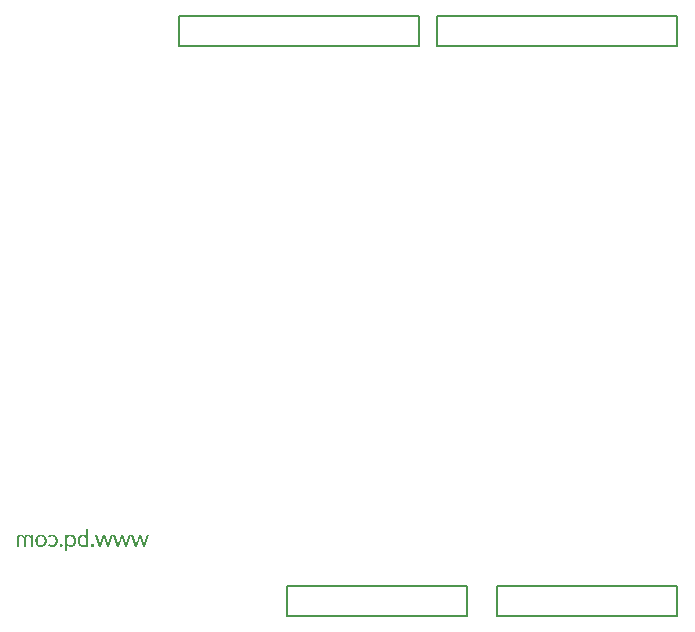
<source format=gbo>
%FSLAX44Y44*%
%MOMM*%
G71*
G01*
G75*
G04 Layer_Color=7597287*
%ADD10C,0.4000*%
%ADD11C,0.3000*%
%ADD12C,0.5000*%
%ADD13C,0.8000*%
%ADD14C,1.0000*%
%ADD15C,2.0000*%
%ADD16C,1.5000*%
%ADD17C,1.7000*%
%ADD18R,1.7000X1.7000*%
%ADD19C,1.1600*%
%ADD20C,1.8000*%
%ADD21R,1.7000X1.7000*%
%ADD22C,1.8800*%
%ADD23C,2.0000*%
%ADD24C,4.6200*%
%ADD25C,5.3800*%
%ADD26C,1.2200*%
%ADD27C,1.5240*%
%ADD28C,0.9400*%
%ADD29C,0.7000*%
%ADD30C,1.3000*%
%ADD31C,0.2000*%
%ADD32C,0.2540*%
%ADD33C,0.0299*%
%ADD34C,0.0280*%
%ADD35R,0.7500X12.2500*%
%ADD36C,1.9032*%
%ADD37R,1.9032X1.9032*%
%ADD38C,2.0032*%
%ADD39R,1.9032X1.9032*%
%ADD40C,2.0832*%
%ADD41C,2.2032*%
%ADD42C,4.8232*%
%ADD43C,5.5832*%
%ADD44C,1.4232*%
%ADD45C,1.7272*%
%ADD46C,0.5000*%
G36*
X109655Y81377D02*
X110029Y81354D01*
X110380Y81284D01*
X110662Y81214D01*
X110896Y81143D01*
X111083Y81096D01*
X111200Y81050D01*
X111247Y81026D01*
X111575Y80886D01*
X111856Y80698D01*
X112114Y80534D01*
X112348Y80370D01*
X112512Y80206D01*
X112652Y80089D01*
X112746Y79996D01*
X112769Y79972D01*
X112980Y79715D01*
X113191Y79434D01*
X113355Y79153D01*
X113495Y78895D01*
X113589Y78684D01*
X113659Y78497D01*
X113706Y78380D01*
X113729Y78333D01*
X113847Y77958D01*
X113917Y77584D01*
X113987Y77232D01*
X114010Y76904D01*
X114034Y76600D01*
X114057Y76389D01*
Y76296D01*
Y76225D01*
Y76202D01*
Y76178D01*
X114034Y75733D01*
X114010Y75335D01*
X113964Y74984D01*
X113893Y74656D01*
X113823Y74399D01*
X113776Y74188D01*
X113753Y74071D01*
X113729Y74024D01*
X113589Y73673D01*
X113448Y73368D01*
X113285Y73087D01*
X113120Y72853D01*
X112980Y72642D01*
X112863Y72502D01*
X112793Y72408D01*
X112769Y72385D01*
X112512Y72150D01*
X112254Y71940D01*
X112020Y71752D01*
X111762Y71612D01*
X111552Y71495D01*
X111388Y71401D01*
X111294Y71354D01*
X111247Y71331D01*
X110896Y71214D01*
X110568Y71120D01*
X110217Y71073D01*
X109912Y71026D01*
X109655Y71003D01*
X109444Y70979D01*
X109256D01*
X108835Y71003D01*
X108460Y71026D01*
X108132Y71097D01*
X107828Y71167D01*
X107594Y71214D01*
X107406Y71284D01*
X107289Y71307D01*
X107242Y71331D01*
X106915Y71495D01*
X106634Y71659D01*
X106376Y71823D01*
X106165Y72010D01*
X105978Y72150D01*
X105861Y72267D01*
X105767Y72361D01*
X105744Y72385D01*
X105509Y72642D01*
X105322Y72923D01*
X105158Y73204D01*
X105018Y73462D01*
X104924Y73696D01*
X104854Y73860D01*
X104807Y73977D01*
X104783Y74024D01*
X104666Y74399D01*
X104573Y74773D01*
X104526Y75125D01*
X104479Y75452D01*
X104456Y75757D01*
X104432Y75968D01*
Y76061D01*
Y76132D01*
Y76155D01*
Y76178D01*
X104456Y76623D01*
X104479Y77021D01*
X104549Y77396D01*
X104596Y77701D01*
X104666Y77958D01*
X104737Y78169D01*
X104760Y78286D01*
X104783Y78333D01*
X104924Y78684D01*
X105064Y78989D01*
X105228Y79270D01*
X105392Y79504D01*
X105533Y79715D01*
X105650Y79855D01*
X105720Y79949D01*
X105744Y79972D01*
X105978Y80206D01*
X106235Y80417D01*
X106493Y80605D01*
X106727Y80745D01*
X106938Y80862D01*
X107102Y80956D01*
X107196Y81003D01*
X107242Y81026D01*
X107594Y81143D01*
X107922Y81237D01*
X108273Y81307D01*
X108577Y81354D01*
X108858Y81377D01*
X109069Y81401D01*
X109256D01*
X109655Y81377D01*
D02*
G37*
G36*
X163049Y81237D02*
X163143Y81214D01*
X163213Y81167D01*
X163237Y81143D01*
X163307Y81073D01*
X163354Y81003D01*
X163401Y80933D01*
Y80909D01*
X165532Y74352D01*
X165625Y74094D01*
X165696Y73860D01*
X165719Y73766D01*
X165743Y73696D01*
X165766Y73673D01*
Y73649D01*
X165836Y73415D01*
X165883Y73181D01*
X165907Y73111D01*
Y73040D01*
X165930Y72993D01*
Y72970D01*
X165977Y73228D01*
X166000Y73439D01*
X166024Y73532D01*
Y73602D01*
X166047Y73626D01*
Y73649D01*
X166094Y73907D01*
X166164Y74118D01*
X166187Y74211D01*
Y74282D01*
X166211Y74328D01*
Y74352D01*
X168131Y80862D01*
X168178Y80956D01*
X168248Y81050D01*
X168295Y81096D01*
X168319Y81120D01*
X168436Y81190D01*
X168553Y81214D01*
X168647Y81237D01*
X170098D01*
X166820Y71120D01*
X165462D01*
X165368Y71143D01*
X165274Y71167D01*
X165157Y71284D01*
X165087Y71401D01*
X165063Y71424D01*
Y71448D01*
X162792Y78310D01*
X162745Y78474D01*
X162698Y78614D01*
X162675Y78708D01*
Y78755D01*
X162628Y78942D01*
X162581Y79106D01*
X162558Y79200D01*
Y79246D01*
X162511Y79082D01*
X162487Y78918D01*
X162464Y78825D01*
Y78778D01*
X162417Y78614D01*
X162394Y78450D01*
X162347Y78356D01*
Y78310D01*
X160099Y71448D01*
X160052Y71331D01*
X160005Y71260D01*
X159888Y71167D01*
X159794Y71120D01*
X158342D01*
X155064Y81237D01*
X156398D01*
X156539Y81214D01*
X156633Y81190D01*
X156703Y81143D01*
X156726Y81120D01*
X156820Y81050D01*
X156867Y80956D01*
X156914Y80886D01*
Y80862D01*
X158881Y74352D01*
X158951Y74118D01*
X158998Y73883D01*
X159021Y73813D01*
X159045Y73743D01*
X159068Y73696D01*
Y73673D01*
X159115Y73415D01*
X159162Y73204D01*
Y73111D01*
X159185Y73040D01*
Y73017D01*
Y72993D01*
X159256Y73228D01*
X159302Y73439D01*
X159349Y73602D01*
X159373Y73626D01*
Y73649D01*
X159419Y73907D01*
X159490Y74141D01*
X159513Y74211D01*
X159537Y74282D01*
X159560Y74328D01*
Y74352D01*
X161644Y80909D01*
X161691Y81003D01*
X161761Y81073D01*
X161808Y81120D01*
X161832Y81143D01*
X161925Y81214D01*
X162019Y81237D01*
X162113Y81260D01*
X162909D01*
X163049Y81237D01*
D02*
G37*
G36*
X126422Y73462D02*
X126586Y73439D01*
X126680Y73392D01*
X126727Y73368D01*
X126867Y73274D01*
X126985Y73204D01*
X127078Y73111D01*
X127101Y73087D01*
X127219Y72947D01*
X127289Y72830D01*
X127336Y72736D01*
X127359Y72689D01*
X127406Y72525D01*
X127429Y72385D01*
X127453Y72267D01*
Y72244D01*
Y72221D01*
X127429Y72033D01*
X127406Y71869D01*
X127383Y71752D01*
X127359Y71705D01*
X127289Y71565D01*
X127195Y71448D01*
X127125Y71354D01*
X127101Y71331D01*
X126985Y71214D01*
X126844Y71143D01*
X126750Y71097D01*
X126727Y71073D01*
X126539Y71026D01*
X126399Y71003D01*
X126282Y70979D01*
X126235D01*
X126048Y71003D01*
X125884Y71026D01*
X125790Y71050D01*
X125743Y71073D01*
X125579Y71143D01*
X125462Y71237D01*
X125369Y71307D01*
X125345Y71331D01*
X125228Y71448D01*
X125158Y71588D01*
X125111Y71682D01*
X125087Y71705D01*
X125017Y71893D01*
X124994Y72057D01*
X124970Y72174D01*
Y72197D01*
Y72221D01*
X124994Y72408D01*
X125017Y72548D01*
X125064Y72642D01*
X125087Y72689D01*
X125158Y72853D01*
X125252Y72970D01*
X125322Y73064D01*
X125345Y73087D01*
X125486Y73204D01*
X125603Y73298D01*
X125696Y73345D01*
X125743Y73368D01*
X125907Y73439D01*
X126071Y73462D01*
X126188Y73485D01*
X126235D01*
X126422Y73462D01*
D02*
G37*
G36*
X153003D02*
X153167Y73439D01*
X153260Y73392D01*
X153307Y73368D01*
X153448Y73274D01*
X153565Y73204D01*
X153659Y73111D01*
X153682Y73087D01*
X153799Y72947D01*
X153869Y72830D01*
X153916Y72736D01*
X153940Y72689D01*
X153986Y72525D01*
X154010Y72385D01*
X154033Y72267D01*
Y72244D01*
Y72221D01*
X154010Y72033D01*
X153986Y71869D01*
X153963Y71752D01*
X153940Y71705D01*
X153869Y71565D01*
X153776Y71448D01*
X153705Y71354D01*
X153682Y71331D01*
X153565Y71214D01*
X153424Y71143D01*
X153331Y71097D01*
X153307Y71073D01*
X153120Y71026D01*
X152979Y71003D01*
X152862Y70979D01*
X152815D01*
X152628Y71003D01*
X152464Y71026D01*
X152370Y71050D01*
X152324Y71073D01*
X152160Y71143D01*
X152043Y71237D01*
X151949Y71307D01*
X151925Y71331D01*
X151808Y71448D01*
X151738Y71588D01*
X151691Y71682D01*
X151668Y71705D01*
X151598Y71893D01*
X151574Y72057D01*
X151551Y72174D01*
Y72197D01*
Y72221D01*
X151574Y72408D01*
X151598Y72548D01*
X151644Y72642D01*
X151668Y72689D01*
X151738Y72853D01*
X151832Y72970D01*
X151902Y73064D01*
X151925Y73087D01*
X152066Y73204D01*
X152183Y73298D01*
X152277Y73345D01*
X152324Y73368D01*
X152487Y73439D01*
X152652Y73462D01*
X152769Y73485D01*
X152815D01*
X153003Y73462D01*
D02*
G37*
G36*
X119022Y81377D02*
X119397Y81331D01*
X119748Y81284D01*
X120052Y81214D01*
X120287Y81120D01*
X120474Y81073D01*
X120591Y81026D01*
X120638Y81003D01*
X120966Y80839D01*
X121247Y80675D01*
X121504Y80487D01*
X121715Y80300D01*
X121903Y80136D01*
X122020Y80019D01*
X122113Y79925D01*
X122137Y79902D01*
X122347Y79644D01*
X122535Y79363D01*
X122699Y79082D01*
X122816Y78825D01*
X122910Y78614D01*
X123003Y78427D01*
X123027Y78310D01*
X123050Y78263D01*
X123144Y77888D01*
X123214Y77537D01*
X123284Y77186D01*
X123308Y76858D01*
X123331Y76577D01*
X123355Y76366D01*
Y76225D01*
Y76202D01*
Y76178D01*
X123331Y75733D01*
X123308Y75312D01*
X123261Y74937D01*
X123191Y74609D01*
X123120Y74328D01*
X123074Y74118D01*
X123050Y74001D01*
X123027Y73954D01*
X122886Y73602D01*
X122722Y73298D01*
X122582Y73017D01*
X122418Y72783D01*
X122301Y72572D01*
X122184Y72432D01*
X122113Y72338D01*
X122090Y72314D01*
X121856Y72080D01*
X121598Y71893D01*
X121364Y71705D01*
X121153Y71565D01*
X120942Y71448D01*
X120802Y71378D01*
X120708Y71331D01*
X120661Y71307D01*
X120357Y71190D01*
X120029Y71120D01*
X119748Y71050D01*
X119467Y71026D01*
X119233Y71003D01*
X119069Y70979D01*
X118905D01*
X118507Y71003D01*
X118109Y71050D01*
X117757Y71097D01*
X117453Y71167D01*
X117195Y71237D01*
X116985Y71307D01*
X116868Y71331D01*
X116821Y71354D01*
X116469Y71518D01*
X116142Y71705D01*
X115861Y71893D01*
X115626Y72080D01*
X115416Y72244D01*
X115275Y72385D01*
X115181Y72502D01*
X115158Y72525D01*
X115673Y73181D01*
X115767Y73298D01*
X115861Y73345D01*
X115954Y73368D01*
X116001D01*
X116142Y73345D01*
X116259Y73298D01*
X116352Y73228D01*
X116376Y73204D01*
X116516Y73087D01*
X116657Y72970D01*
X116774Y72876D01*
X116797Y72853D01*
X116821D01*
X117055Y72712D01*
X117266Y72619D01*
X117383Y72572D01*
X117453Y72525D01*
X117500Y72502D01*
X117523D01*
X117874Y72432D01*
X118226Y72385D01*
X118366Y72361D01*
X118601D01*
X119069Y72408D01*
X119280Y72432D01*
X119467Y72478D01*
X119607Y72525D01*
X119725Y72548D01*
X119795Y72595D01*
X119818D01*
X120193Y72830D01*
X120357Y72947D01*
X120497Y73064D01*
X120591Y73181D01*
X120685Y73274D01*
X120732Y73321D01*
X120755Y73345D01*
X121013Y73743D01*
X121177Y74118D01*
X121247Y74282D01*
X121294Y74422D01*
X121341Y74516D01*
Y74539D01*
X121458Y75101D01*
X121481Y75382D01*
X121504Y75640D01*
X121528Y75851D01*
Y76014D01*
Y76132D01*
Y76178D01*
Y76506D01*
X121504Y76811D01*
X121458Y77068D01*
X121434Y77303D01*
X121387Y77513D01*
X121364Y77654D01*
X121341Y77748D01*
Y77771D01*
X121270Y78028D01*
X121177Y78263D01*
X121083Y78450D01*
X120989Y78637D01*
X120896Y78778D01*
X120849Y78872D01*
X120802Y78942D01*
X120779Y78965D01*
X120615Y79153D01*
X120451Y79293D01*
X120310Y79434D01*
X120146Y79551D01*
X120006Y79621D01*
X119912Y79691D01*
X119842Y79738D01*
X119818D01*
X119584Y79832D01*
X119373Y79902D01*
X119139Y79949D01*
X118952Y79996D01*
X118764D01*
X118624Y80019D01*
X118507D01*
X118132Y79996D01*
X117968Y79972D01*
X117828Y79949D01*
X117711Y79925D01*
X117640Y79902D01*
X117593Y79879D01*
X117570D01*
X117289Y79785D01*
X117102Y79691D01*
X116961Y79621D01*
X116914Y79598D01*
X116727Y79504D01*
X116587Y79410D01*
X116493Y79363D01*
X116469Y79340D01*
X116329Y79270D01*
X116235Y79246D01*
X116165Y79223D01*
X116025D01*
X115954Y79246D01*
X115931Y79270D01*
X115907D01*
X115790Y79387D01*
X115767Y79410D01*
X115743Y79434D01*
X115275Y80066D01*
X115509Y80300D01*
X115767Y80487D01*
X116001Y80652D01*
X116235Y80792D01*
X116423Y80909D01*
X116587Y80979D01*
X116680Y81026D01*
X116727Y81050D01*
X117031Y81167D01*
X117359Y81260D01*
X117687Y81307D01*
X117968Y81354D01*
X118226Y81377D01*
X118413Y81401D01*
X118601D01*
X119022Y81377D01*
D02*
G37*
G36*
X149162Y71120D02*
X148038D01*
X147921Y71143D01*
X147804Y71190D01*
X147663Y71307D01*
X147593Y71448D01*
X147570Y71471D01*
Y71495D01*
X147476Y72408D01*
X147289Y72174D01*
X147078Y71963D01*
X146890Y71776D01*
X146703Y71635D01*
X146539Y71518D01*
X146422Y71424D01*
X146328Y71378D01*
X146305Y71354D01*
X146024Y71237D01*
X145743Y71143D01*
X145462Y71073D01*
X145204Y71026D01*
X144970Y71003D01*
X144783Y70979D01*
X144619D01*
X144244Y71003D01*
X143916Y71050D01*
X143588Y71097D01*
X143331Y71190D01*
X143097Y71260D01*
X142933Y71307D01*
X142839Y71354D01*
X142792Y71378D01*
X142488Y71542D01*
X142230Y71729D01*
X141996Y71893D01*
X141785Y72080D01*
X141621Y72244D01*
X141504Y72361D01*
X141434Y72455D01*
X141410Y72478D01*
X141200Y72759D01*
X141036Y73040D01*
X140895Y73321D01*
X140755Y73579D01*
X140661Y73790D01*
X140591Y73977D01*
X140567Y74094D01*
X140544Y74141D01*
X140450Y74516D01*
X140357Y74890D01*
X140310Y75242D01*
X140286Y75546D01*
X140263Y75827D01*
X140239Y76038D01*
Y76178D01*
Y76202D01*
Y76225D01*
Y76694D01*
X140286Y77115D01*
X140333Y77490D01*
X140380Y77818D01*
X140427Y78075D01*
X140474Y78286D01*
X140497Y78403D01*
X140520Y78450D01*
X140638Y78801D01*
X140755Y79106D01*
X140895Y79387D01*
X141012Y79621D01*
X141129Y79808D01*
X141200Y79949D01*
X141270Y80043D01*
X141293Y80066D01*
X141481Y80300D01*
X141692Y80487D01*
X141902Y80675D01*
X142090Y80815D01*
X142254Y80909D01*
X142394Y80979D01*
X142488Y81026D01*
X142511Y81050D01*
X142769Y81167D01*
X143050Y81260D01*
X143307Y81307D01*
X143565Y81354D01*
X143776Y81377D01*
X143940Y81401D01*
X144080D01*
X144455Y81377D01*
X144806Y81331D01*
X145134Y81260D01*
X145415Y81167D01*
X145649Y81073D01*
X145813Y81003D01*
X145907Y80956D01*
X145954Y80933D01*
X146235Y80745D01*
X146516Y80558D01*
X146750Y80370D01*
X146961Y80183D01*
X147148Y80019D01*
X147265Y79879D01*
X147359Y79785D01*
X147382Y79762D01*
Y85827D01*
X149162D01*
Y71120D01*
D02*
G37*
G36*
X134806Y81401D02*
X135158Y81354D01*
X135462Y81284D01*
X135743Y81214D01*
X135977Y81143D01*
X136141Y81073D01*
X136235Y81026D01*
X136282Y81003D01*
X136563Y80839D01*
X136820Y80652D01*
X137055Y80464D01*
X137265Y80300D01*
X137429Y80136D01*
X137546Y79996D01*
X137617Y79902D01*
X137640Y79879D01*
X137827Y79598D01*
X138015Y79317D01*
X138155Y79036D01*
X138272Y78778D01*
X138389Y78567D01*
X138460Y78380D01*
X138483Y78263D01*
X138506Y78216D01*
X138600Y77841D01*
X138670Y77490D01*
X138717Y77139D01*
X138741Y76811D01*
X138764Y76530D01*
X138787Y76319D01*
Y76178D01*
Y76155D01*
Y76132D01*
X138764Y75663D01*
X138741Y75242D01*
X138694Y74867D01*
X138647Y74539D01*
X138600Y74282D01*
X138577Y74071D01*
X138530Y73954D01*
Y73907D01*
X138413Y73556D01*
X138296Y73251D01*
X138155Y72970D01*
X138038Y72736D01*
X137921Y72548D01*
X137827Y72408D01*
X137781Y72314D01*
X137757Y72291D01*
X137570Y72057D01*
X137359Y71869D01*
X137172Y71682D01*
X136984Y71565D01*
X136820Y71448D01*
X136680Y71378D01*
X136586Y71331D01*
X136563Y71307D01*
X136282Y71190D01*
X136001Y71120D01*
X135743Y71050D01*
X135485Y71026D01*
X135275Y71003D01*
X135111Y70979D01*
X134970D01*
X134596Y71003D01*
X134244Y71050D01*
X133916Y71120D01*
X133659Y71214D01*
X133425Y71284D01*
X133261Y71354D01*
X133167Y71401D01*
X133120Y71424D01*
X132816Y71612D01*
X132535Y71799D01*
X132301Y72010D01*
X132066Y72197D01*
X131902Y72361D01*
X131762Y72502D01*
X131668Y72595D01*
X131645Y72619D01*
Y67701D01*
X129865D01*
Y81237D01*
X130942D01*
X131059Y81214D01*
X131176Y81190D01*
X131317Y81050D01*
X131387Y80933D01*
X131411Y80886D01*
Y80862D01*
X131528Y80089D01*
X131739Y80324D01*
X131949Y80511D01*
X132160Y80675D01*
X132347Y80815D01*
X132535Y80933D01*
X132652Y81003D01*
X132746Y81050D01*
X132769Y81073D01*
X133027Y81190D01*
X133308Y81284D01*
X133589Y81331D01*
X133846Y81377D01*
X134080Y81401D01*
X134268Y81424D01*
X134432D01*
X134806Y81401D01*
D02*
G37*
G36*
X98039Y81377D02*
X98343Y81331D01*
X98624Y81260D01*
X98858Y81190D01*
X99046Y81096D01*
X99210Y81026D01*
X99303Y80979D01*
X99327Y80956D01*
X99585Y80792D01*
X99819Y80605D01*
X100029Y80394D01*
X100217Y80230D01*
X100357Y80066D01*
X100474Y79949D01*
X100545Y79855D01*
X100568Y79832D01*
X100709Y80862D01*
X100755Y80979D01*
X100826Y81073D01*
X100896Y81143D01*
X100966Y81190D01*
X101107Y81237D01*
X102231D01*
Y71120D01*
X100451D01*
Y78637D01*
X100264Y78848D01*
X100100Y79036D01*
X99912Y79200D01*
X99748Y79340D01*
X99631Y79457D01*
X99514Y79527D01*
X99444Y79574D01*
X99420Y79598D01*
X99210Y79715D01*
X98999Y79808D01*
X98788Y79879D01*
X98601Y79925D01*
X98437Y79949D01*
X98320Y79972D01*
X98203D01*
X97875Y79949D01*
X97594Y79879D01*
X97336Y79785D01*
X97126Y79668D01*
X96985Y79551D01*
X96868Y79457D01*
X96798Y79387D01*
X96774Y79363D01*
X96610Y79106D01*
X96493Y78825D01*
X96399Y78520D01*
X96353Y78216D01*
X96306Y77958D01*
X96282Y77748D01*
Y77584D01*
Y77560D01*
Y77537D01*
Y71120D01*
X94503D01*
Y77537D01*
X94479Y77958D01*
X94456Y78146D01*
X94409Y78286D01*
X94385Y78427D01*
X94362Y78520D01*
X94339Y78567D01*
Y78591D01*
X94198Y78895D01*
X94034Y79153D01*
X93964Y79223D01*
X93917Y79293D01*
X93894Y79317D01*
X93870Y79340D01*
X93636Y79551D01*
X93402Y79691D01*
X93308Y79738D01*
X93238Y79785D01*
X93191Y79808D01*
X93168D01*
X92863Y79902D01*
X92606Y79949D01*
X92489Y79972D01*
X92325D01*
X91973Y79949D01*
X91669Y79879D01*
X91411Y79762D01*
X91201Y79668D01*
X91037Y79551D01*
X90920Y79434D01*
X90849Y79363D01*
X90826Y79340D01*
X90639Y79082D01*
X90521Y78801D01*
X90428Y78497D01*
X90358Y78216D01*
X90311Y77958D01*
X90287Y77724D01*
Y77584D01*
Y77560D01*
Y77537D01*
Y71120D01*
X88507D01*
Y77560D01*
Y77888D01*
X88554Y78193D01*
X88578Y78474D01*
X88624Y78708D01*
X88671Y78895D01*
X88695Y79059D01*
X88742Y79153D01*
Y79176D01*
X88835Y79434D01*
X88952Y79668D01*
X89069Y79879D01*
X89163Y80066D01*
X89257Y80206D01*
X89350Y80300D01*
X89397Y80370D01*
X89421Y80394D01*
X89772Y80722D01*
X90100Y80956D01*
X90240Y81026D01*
X90358Y81096D01*
X90451Y81143D01*
X90475D01*
X90709Y81237D01*
X90966Y81284D01*
X91201Y81331D01*
X91435Y81377D01*
X91622D01*
X91763Y81401D01*
X91903D01*
X92254Y81377D01*
X92582Y81331D01*
X92699Y81307D01*
X92793Y81284D01*
X92863Y81260D01*
X92887D01*
X93238Y81143D01*
X93542Y81026D01*
X93659Y80979D01*
X93753Y80933D01*
X93800Y80909D01*
X93823Y80886D01*
X94128Y80675D01*
X94362Y80464D01*
X94456Y80370D01*
X94526Y80300D01*
X94573Y80253D01*
X94596Y80230D01*
X94807Y79902D01*
X94994Y79598D01*
X95041Y79481D01*
X95088Y79363D01*
X95135Y79293D01*
Y79270D01*
X95252Y79621D01*
X95393Y79925D01*
X95556Y80183D01*
X95697Y80417D01*
X95837Y80581D01*
X95955Y80722D01*
X96025Y80792D01*
X96048Y80815D01*
X96306Y81003D01*
X96563Y81143D01*
X96845Y81260D01*
X97126Y81331D01*
X97360Y81377D01*
X97547Y81401D01*
X97711D01*
X98039Y81377D01*
D02*
G37*
G36*
X178342Y81237D02*
X178436Y81214D01*
X178506Y81167D01*
X178529Y81143D01*
X178599Y81073D01*
X178646Y81003D01*
X178693Y80933D01*
Y80909D01*
X180824Y74352D01*
X180918Y74094D01*
X180988Y73860D01*
X181012Y73766D01*
X181035Y73696D01*
X181059Y73673D01*
Y73649D01*
X181129Y73415D01*
X181176Y73181D01*
X181199Y73111D01*
Y73040D01*
X181222Y72993D01*
Y72970D01*
X181269Y73228D01*
X181293Y73439D01*
X181316Y73532D01*
Y73602D01*
X181339Y73626D01*
Y73649D01*
X181386Y73907D01*
X181457Y74118D01*
X181480Y74211D01*
Y74282D01*
X181503Y74328D01*
Y74352D01*
X183424Y80862D01*
X183471Y80956D01*
X183541Y81050D01*
X183588Y81096D01*
X183611Y81120D01*
X183728Y81190D01*
X183845Y81214D01*
X183939Y81237D01*
X185391D01*
X182112Y71120D01*
X180754D01*
X180660Y71143D01*
X180567Y71167D01*
X180450Y71284D01*
X180379Y71401D01*
X180356Y71424D01*
Y71448D01*
X178084Y78310D01*
X178037Y78474D01*
X177991Y78614D01*
X177967Y78708D01*
Y78755D01*
X177920Y78942D01*
X177873Y79106D01*
X177850Y79200D01*
Y79246D01*
X177803Y79082D01*
X177780Y78918D01*
X177756Y78825D01*
Y78778D01*
X177710Y78614D01*
X177686Y78450D01*
X177639Y78356D01*
Y78310D01*
X175391Y71448D01*
X175344Y71331D01*
X175297Y71260D01*
X175180Y71167D01*
X175087Y71120D01*
X173635D01*
X170356Y81237D01*
X171691D01*
X171831Y81214D01*
X171925Y81190D01*
X171995Y81143D01*
X172019Y81120D01*
X172113Y81050D01*
X172159Y80956D01*
X172206Y80886D01*
Y80862D01*
X174173Y74352D01*
X174244Y74118D01*
X174290Y73883D01*
X174314Y73813D01*
X174337Y73743D01*
X174361Y73696D01*
Y73673D01*
X174408Y73415D01*
X174454Y73204D01*
Y73111D01*
X174478Y73040D01*
Y73017D01*
Y72993D01*
X174548Y73228D01*
X174595Y73439D01*
X174642Y73602D01*
X174665Y73626D01*
Y73649D01*
X174712Y73907D01*
X174782Y74141D01*
X174806Y74211D01*
X174829Y74282D01*
X174853Y74328D01*
Y74352D01*
X176937Y80909D01*
X176984Y81003D01*
X177054Y81073D01*
X177101Y81120D01*
X177124Y81143D01*
X177218Y81214D01*
X177311Y81237D01*
X177405Y81260D01*
X178201D01*
X178342Y81237D01*
D02*
G37*
G36*
X193634D02*
X193728Y81214D01*
X193798Y81167D01*
X193822Y81143D01*
X193892Y81073D01*
X193939Y81003D01*
X193986Y80933D01*
Y80909D01*
X196117Y74352D01*
X196210Y74094D01*
X196281Y73860D01*
X196304Y73766D01*
X196327Y73696D01*
X196351Y73673D01*
Y73649D01*
X196421Y73415D01*
X196468Y73181D01*
X196492Y73111D01*
Y73040D01*
X196515Y72993D01*
Y72970D01*
X196562Y73228D01*
X196585Y73439D01*
X196609Y73532D01*
Y73602D01*
X196632Y73626D01*
Y73649D01*
X196679Y73907D01*
X196749Y74118D01*
X196772Y74211D01*
Y74282D01*
X196796Y74328D01*
Y74352D01*
X198716Y80862D01*
X198763Y80956D01*
X198833Y81050D01*
X198880Y81096D01*
X198904Y81120D01*
X199021Y81190D01*
X199138Y81214D01*
X199231Y81237D01*
X200683D01*
X197405Y71120D01*
X196047D01*
X195953Y71143D01*
X195859Y71167D01*
X195742Y71284D01*
X195672Y71401D01*
X195648Y71424D01*
Y71448D01*
X193377Y78310D01*
X193330Y78474D01*
X193283Y78614D01*
X193260Y78708D01*
Y78755D01*
X193213Y78942D01*
X193166Y79106D01*
X193143Y79200D01*
Y79246D01*
X193096Y79082D01*
X193072Y78918D01*
X193049Y78825D01*
Y78778D01*
X193002Y78614D01*
X192979Y78450D01*
X192932Y78356D01*
Y78310D01*
X190684Y71448D01*
X190637Y71331D01*
X190590Y71260D01*
X190473Y71167D01*
X190379Y71120D01*
X188927D01*
X185648Y81237D01*
X186983D01*
X187124Y81214D01*
X187218Y81190D01*
X187288Y81143D01*
X187311Y81120D01*
X187405Y81050D01*
X187452Y80956D01*
X187499Y80886D01*
Y80862D01*
X189466Y74352D01*
X189536Y74118D01*
X189583Y73883D01*
X189606Y73813D01*
X189630Y73743D01*
X189653Y73696D01*
Y73673D01*
X189700Y73415D01*
X189747Y73204D01*
Y73111D01*
X189770Y73040D01*
Y73017D01*
Y72993D01*
X189841Y73228D01*
X189887Y73439D01*
X189934Y73602D01*
X189958Y73626D01*
Y73649D01*
X190004Y73907D01*
X190075Y74141D01*
X190098Y74211D01*
X190121Y74282D01*
X190145Y74328D01*
Y74352D01*
X192229Y80909D01*
X192276Y81003D01*
X192346Y81073D01*
X192393Y81120D01*
X192417Y81143D01*
X192510Y81214D01*
X192604Y81237D01*
X192698Y81260D01*
X193494D01*
X193634Y81237D01*
D02*
G37*
%LPC*%
G36*
X134174Y80043D02*
X133776D01*
X133518Y79996D01*
X133308Y79949D01*
X133097Y79902D01*
X132956Y79855D01*
X132816Y79808D01*
X132746Y79785D01*
X132722Y79762D01*
X132511Y79644D01*
X132301Y79504D01*
X132113Y79340D01*
X131973Y79200D01*
X131832Y79059D01*
X131739Y78942D01*
X131668Y78872D01*
X131645Y78848D01*
Y73930D01*
X131856Y73673D01*
X132066Y73439D01*
X132277Y73251D01*
X132465Y73087D01*
X132628Y72970D01*
X132746Y72876D01*
X132839Y72830D01*
X132863Y72806D01*
X133120Y72666D01*
X133378Y72572D01*
X133635Y72502D01*
X133870Y72455D01*
X134080Y72432D01*
X134244Y72408D01*
X134385D01*
X134830Y72432D01*
X135017Y72478D01*
X135181Y72502D01*
X135322Y72548D01*
X135415Y72572D01*
X135485Y72595D01*
X135509D01*
X135837Y72783D01*
X136071Y72993D01*
X136165Y73111D01*
X136235Y73181D01*
X136282Y73228D01*
X136305Y73251D01*
X136516Y73626D01*
X136680Y74024D01*
X136727Y74164D01*
X136774Y74305D01*
X136797Y74399D01*
Y74422D01*
X136844Y74703D01*
X136891Y75008D01*
X136914Y75289D01*
X136937Y75546D01*
X136961Y75780D01*
Y75968D01*
Y76085D01*
Y76132D01*
X136937Y76787D01*
X136844Y77373D01*
X136727Y77865D01*
X136586Y78286D01*
X136446Y78591D01*
X136329Y78825D01*
X136235Y78965D01*
X136212Y79012D01*
X136071Y79200D01*
X135907Y79363D01*
X135556Y79598D01*
X135181Y79785D01*
X134830Y79925D01*
X134525Y79996D01*
X134268Y80019D01*
X134174Y80043D01*
D02*
G37*
G36*
X144806Y79972D02*
X144666D01*
X144244Y79949D01*
X144057Y79902D01*
X143893Y79879D01*
X143776Y79832D01*
X143659Y79785D01*
X143612Y79762D01*
X143588D01*
X143401Y79668D01*
X143260Y79574D01*
X143003Y79340D01*
X142909Y79246D01*
X142816Y79153D01*
X142792Y79106D01*
X142769Y79082D01*
X142652Y78895D01*
X142535Y78708D01*
X142371Y78333D01*
X142324Y78169D01*
X142277Y78028D01*
X142254Y77935D01*
Y77912D01*
X142183Y77630D01*
X142136Y77349D01*
X142113Y77068D01*
X142090Y76811D01*
X142066Y76577D01*
Y76389D01*
Y76272D01*
Y76225D01*
X142090Y75570D01*
X142183Y75008D01*
X142300Y74516D01*
X142441Y74094D01*
X142605Y73790D01*
X142722Y73556D01*
X142816Y73415D01*
X142839Y73392D01*
Y73368D01*
X142979Y73181D01*
X143143Y73040D01*
X143495Y72783D01*
X143846Y72619D01*
X144197Y72478D01*
X144525Y72408D01*
X144783Y72385D01*
X144876Y72361D01*
X145017D01*
X145274Y72385D01*
X145532Y72408D01*
X145743Y72455D01*
X145954Y72502D01*
X146094Y72548D01*
X146235Y72572D01*
X146305Y72619D01*
X146328D01*
X146539Y72736D01*
X146750Y72876D01*
X146914Y73040D01*
X147078Y73204D01*
X147195Y73345D01*
X147289Y73439D01*
X147359Y73532D01*
X147382Y73556D01*
Y78427D01*
X147171Y78684D01*
X146961Y78918D01*
X146773Y79106D01*
X146586Y79270D01*
X146422Y79387D01*
X146305Y79481D01*
X146211Y79527D01*
X146188Y79551D01*
X145930Y79691D01*
X145673Y79785D01*
X145415Y79879D01*
X145181Y79925D01*
X144970Y79949D01*
X144806Y79972D01*
D02*
G37*
G36*
X109374Y79996D02*
X108975D01*
X108718Y79949D01*
X108273Y79832D01*
X107875Y79668D01*
X107570Y79481D01*
X107313Y79293D01*
X107149Y79129D01*
X107032Y79012D01*
X107008Y78989D01*
Y78965D01*
X106751Y78567D01*
X106563Y78099D01*
X106446Y77630D01*
X106353Y77186D01*
X106306Y76787D01*
X106282Y76600D01*
X106259Y76459D01*
Y76319D01*
Y76225D01*
Y76178D01*
Y76155D01*
X106282Y75523D01*
X106376Y74961D01*
X106493Y74469D01*
X106634Y74071D01*
X106774Y73766D01*
X106891Y73532D01*
X106985Y73392D01*
X107008Y73368D01*
Y73345D01*
X107313Y73017D01*
X107664Y72783D01*
X108039Y72595D01*
X108413Y72478D01*
X108741Y72408D01*
X108999Y72385D01*
X109116Y72361D01*
X109256D01*
X109537Y72385D01*
X109772Y72408D01*
X110006Y72455D01*
X110193Y72502D01*
X110357Y72548D01*
X110474Y72572D01*
X110545Y72619D01*
X110568D01*
X110943Y72853D01*
X111107Y72970D01*
X111247Y73087D01*
X111364Y73181D01*
X111434Y73274D01*
X111481Y73321D01*
X111505Y73345D01*
X111739Y73743D01*
X111926Y74118D01*
X111996Y74282D01*
X112020Y74422D01*
X112067Y74516D01*
Y74539D01*
X112160Y75101D01*
X112184Y75359D01*
X112207Y75616D01*
X112231Y75827D01*
Y76014D01*
Y76108D01*
Y76155D01*
Y76483D01*
X112207Y76787D01*
X112184Y77068D01*
X112137Y77303D01*
X112114Y77490D01*
X112090Y77654D01*
X112067Y77748D01*
Y77771D01*
X111996Y78028D01*
X111903Y78263D01*
X111809Y78474D01*
X111715Y78637D01*
X111622Y78778D01*
X111575Y78872D01*
X111528Y78942D01*
X111505Y78965D01*
X111200Y79293D01*
X110896Y79527D01*
X110755Y79598D01*
X110662Y79668D01*
X110591Y79715D01*
X110568D01*
X110357Y79808D01*
X110123Y79879D01*
X109912Y79925D01*
X109701Y79972D01*
X109514D01*
X109374Y79996D01*
D02*
G37*
%LPD*%
D31*
X495300Y38100D02*
X647700D01*
X495300Y12700D02*
X647700D01*
X495300D02*
Y38100D01*
X647700Y12700D02*
Y38100D01*
X317500D02*
X469900D01*
X317500Y12700D02*
X469900D01*
X317500D02*
Y38100D01*
X469900Y12700D02*
Y38100D01*
X647700Y495300D02*
Y520700D01*
X444500Y495300D02*
X647700D01*
X444500D02*
Y520700D01*
X647700D01*
X429260Y495300D02*
Y520700D01*
X226060Y495300D02*
X429260D01*
X226060D02*
Y520700D01*
X429260D01*
M02*

</source>
